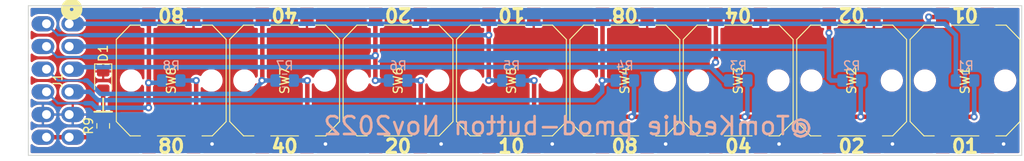
<source format=kicad_pcb>
(kicad_pcb (version 20211014) (generator pcbnew)
  (layers (0 "F.Cu" signal) (31 "B.Cu" signal) (34 "B.Paste" user) (35 "F.Paste" user) (36 "B.SilkS" user "B.Silkscreen") (37 "F.SilkS" user "F.Silkscreen") (38 "B.Mask" user) (39 "F.Mask" user) (44 "Edge.Cuts" user))
  (net 0 "")
  (net 1 "GND")
  (net 2 "Net-(D1-Pad2)")
  (net 3 "+3V3")
  (net 4 "/D4")
  (net 5 "/D0")
  (net 6 "/D5")
  (net 7 "/D1")
  (net 8 "/D6")
  (net 9 "/D2")
  (net 10 "/D7")
  (net 11 "/D3")
  (footprint "tom-opto:LED_0805_2012Metric_Pad1.15x1.40mm_HandSolder" (layer "F.Cu") (at 99.06 127 -90)
    (fp_text reference "D1" (at -3.048 0 90) (layer "F.SilkS"))
    (fp_text value "LED")
    (fp_line (start 3.5 -1) (end 3.5 1) (layer "F.SilkS") (width 0.2))
    (fp_line (start -1.86 0.96) (end 1 0.96) (layer "F.SilkS") (width 0.12))
    (fp_line (start 1 -0.96) (end -1.86 -0.96) (layer "F.SilkS") (width 0.12))
    (fp_line (start 2 0) (end 3.5 0) (layer "F.SilkS") (width 0.2))
    (fp_line (start -1.86 -0.96) (end -1.86 0.96) (layer "F.SilkS") (width 0.12))
    (pad "1" smd roundrect locked (at -1.025 0 270) (size 1.15 1.4) (layers "F.Cu" "F.Paste" "F.Mask") (roundrect_rratio 0.2173913043) (net 1 "GND"))
    (pad "2" smd roundrect locked (at 1.025 0 270) (size 1.15 1.4) (layers "F.Cu" "F.Paste" "F.Mask") (roundrect_rratio 0.2173913043) (net 2 "Net-(D1-Pad2)"))
  )
  (footprint "tom-mechanical:SW_Push_1P1T_NO_CK_PTS125Sx43PSMTR" (layer "F.Cu") (at 132.08 127 -90)
    (fp_text reference "SW6" (at 0 0 90) (layer "F.SilkS"))
    (fp_text value "Switch_SW_Push")
    (fp_line (start -4.6 6.15) (end 4.6 6.15) (layer "F.SilkS") (width 0.12))
    (fp_line (start 6.2 -1.55) (end 6.2 1.55) (layer "F.SilkS") (width 0.12))
    (fp_line (start -6.2 4.6) (end -4.6 6.15) (layer "F.SilkS") (width 0.12))
    (fp_line (start -6.2 -1.55) (end -6.2 1.55) (layer "F.SilkS") (width 0.12))
    (fp_line (start 4.6 -6.15) (end 6.2 -4.6) (layer "F.SilkS") (width 0.12))
    (fp_line (start -6.2 -3.45) (end -6.2 -4.6) (layer "F.SilkS") (width 0.12))
    (fp_line (start -6.2 -4.6) (end -4.6 -6.15) (layer "F.SilkS") (width 0.12))
    (fp_line (start -4.6 -6.15) (end 4.6 -6.15) (layer "F.SilkS") (width 0.12))
    (fp_line (start 6.2 -3.45) (end 6.2 -4.6) (layer "F.SilkS") (width 0.12))
    (fp_line (start 4.6 6.15) (end 6.2 4.6) (layer "F.SilkS") (width 0.12))
    (fp_line (start 6.2 3.45) (end 6.2 4.6) (layer "F.SilkS") (width 0.12))
    (fp_line (start -6.2 3.45) (end -6.2 4.6) (layer "F.SilkS") (width 0.12))
    (pad "" np_thru_hole circle (at 0 4.5 270) (size 2 2) (drill 2) (layers *.Cu *.Mask))
    (pad "" np_thru_hole circle (at 0 -4.5 270) (size 2 2) (drill 2) (layers *.Cu *.Mask))
    (pad "1" smd rect (at -7.15 -2.5 270) (size 2 1.5) (layers "F.Cu" "F.Paste" "F.Mask") (net 1 "GND"))
    (pad "1" smd rect (at 7.15 -2.5 270) (size 2 1.5) (layers "F.Cu" "F.Paste" "F.Mask") (net 1 "GND"))
    (pad "2" smd rect (at -7.15 2.5 270) (size 2 1.5) (layers "F.Cu" "F.Paste" "F.Mask") (net 6 "/D5"))
    (pad "2" smd rect (at 7.15 2.5 270) (size 2 1.5) (layers "F.Cu" "F.Paste" "F.Mask") (net 6 "/D5"))
  )
  (footprint "tom-mechanical:SW_Push_1P1T_NO_CK_PTS125Sx43PSMTR" (layer "F.Cu") (at 144.78 127 -90)
    (fp_text reference "SW5" (at 0 0 90) (layer "F.SilkS"))
    (fp_text value "Switch_SW_Push")
    (fp_line (start -6.2 3.45) (end -6.2 4.6) (layer "F.SilkS") (width 0.12))
    (fp_line (start -6.2 4.6) (end -4.6 6.15) (layer "F.SilkS") (width 0.12))
    (fp_line (start 6.2 -3.45) (end 6.2 -4.6) (layer "F.SilkS") (width 0.12))
    (fp_line (start 6.2 -1.55) (end 6.2 1.55) (layer "F.SilkS") (width 0.12))
    (fp_line (start -6.2 -1.55) (end -6.2 1.55) (layer "F.SilkS") (width 0.12))
    (fp_line (start 4.6 -6.15) (end 6.2 -4.6) (layer "F.SilkS") (width 0.12))
    (fp_line (start -4.6 6.15) (end 4.6 6.15) (layer "F.SilkS") (width 0.12))
    (fp_line (start -4.6 -6.15) (end 4.6 -6.15) (layer "F.SilkS") (width 0.12))
    (fp_line (start -6.2 -4.6) (end -4.6 -6.15) (layer "F.SilkS") (width 0.12))
    (fp_line (start 4.6 6.15) (end 6.2 4.6) (layer "F.SilkS") (width 0.12))
    (fp_line (start -6.2 -3.45) (end -6.2 -4.6) (layer "F.SilkS") (width 0.12))
    (fp_line (start 6.2 3.45) (end 6.2 4.6) (layer "F.SilkS") (width 0.12))
    (pad "" np_thru_hole circle (at 0 -4.5 270) (size 2 2) (drill 2) (layers *.Cu *.Mask))
    (pad "" np_thru_hole circle (at 0 4.5 270) (size 2 2) (drill 2) (layers *.Cu *.Mask))
    (pad "1" smd rect (at -7.15 -2.5 270) (size 2 1.5) (layers "F.Cu" "F.Paste" "F.Mask") (net 1 "GND"))
    (pad "1" smd rect (at 7.15 -2.5 270) (size 2 1.5) (layers "F.Cu" "F.Paste" "F.Mask") (net 1 "GND"))
    (pad "2" smd rect (at -7.15 2.5 270) (size 2 1.5) (layers "F.Cu" "F.Paste" "F.Mask") (net 4 "/D4"))
    (pad "2" smd rect (at 7.15 2.5 270) (size 2 1.5) (layers "F.Cu" "F.Paste" "F.Mask") (net 4 "/D4"))
  )
  (footprint "tom-mechanical:SW_Push_1P1T_NO_CK_PTS125Sx43PSMTR" (layer "F.Cu") (at 195.58 127 -90)
    (fp_text reference "SW1" (at 0 0 90) (layer "F.SilkS"))
    (fp_text value "Switch_SW_Push")
    (fp_line (start 4.6 6.15) (end 6.2 4.6) (layer "F.SilkS") (width 0.12))
    (fp_line (start 6.2 -1.55) (end 6.2 1.55) (layer "F.SilkS") (width 0.12))
    (fp_line (start -6.2 -1.55) (end -6.2 1.55) (layer "F.SilkS") (width 0.12))
    (fp_line (start 4.6 -6.15) (end 6.2 -4.6) (layer "F.SilkS") (width 0.12))
    (fp_line (start -6.2 -4.6) (end -4.6 -6.15) (layer "F.SilkS") (width 0.12))
    (fp_line (start 6.2 -3.45) (end 6.2 -4.6) (layer "F.SilkS") (width 0.12))
    (fp_line (start 6.2 3.45) (end 6.2 4.6) (layer "F.SilkS") (width 0.12))
    (fp_line (start -4.6 6.15) (end 4.6 6.15) (layer "F.SilkS") (width 0.12))
    (fp_line (start -6.2 -3.45) (end -6.2 -4.6) (layer "F.SilkS") (width 0.12))
    (fp_line (start -6.2 3.45) (end -6.2 4.6) (layer "F.SilkS") (width 0.12))
    (fp_line (start -6.2 4.6) (end -4.6 6.15) (layer "F.SilkS") (width 0.12))
    (fp_line (start -4.6 -6.15) (end 4.6 -6.15) (layer "F.SilkS") (width 0.12))
    (pad "" np_thru_hole circle (at 0 4.5 270) (size 2 2) (drill 2) (layers *.Cu *.Mask))
    (pad "" np_thru_hole circle (at 0 -4.5 270) (size 2 2) (drill 2) (layers *.Cu *.Mask))
    (pad "1" smd rect (at 7.15 -2.5 270) (size 2 1.5) (layers "F.Cu" "F.Paste" "F.Mask") (net 1 "GND"))
    (pad "1" smd rect (at -7.15 -2.5 270) (size 2 1.5) (layers "F.Cu" "F.Paste" "F.Mask") (net 1 "GND"))
    (pad "2" smd rect (at -7.15 2.5 270) (size 2 1.5) (layers "F.Cu" "F.Paste" "F.Mask") (net 5 "/D0"))
    (pad "2" smd rect (at 7.15 2.5 270) (size 2 1.5) (layers "F.Cu" "F.Paste" "F.Mask") (net 5 "/D0"))
  )
  (footprint "tom-mechanical:SW_Push_1P1T_NO_CK_PTS125Sx43PSMTR" (layer "F.Cu") (at 157.48 127 -90)
    (fp_text reference "SW4" (at 0 0 90) (layer "F.SilkS"))
    (fp_text value "Switch_SW_Push")
    (fp_line (start -4.6 6.15) (end 4.6 6.15) (layer "F.SilkS") (width 0.12))
    (fp_line (start 4.6 -6.15) (end 6.2 -4.6) (layer "F.SilkS") (width 0.12))
    (fp_line (start 6.2 3.45) (end 6.2 4.6) (layer "F.SilkS") (width 0.12))
    (fp_line (start -4.6 -6.15) (end 4.6 -6.15) (layer "F.SilkS") (width 0.12))
    (fp_line (start 6.2 -1.55) (end 6.2 1.55) (layer "F.SilkS") (width 0.12))
    (fp_line (start -6.2 -3.45) (end -6.2 -4.6) (layer "F.SilkS") (width 0.12))
    (fp_line (start -6.2 -1.55) (end -6.2 1.55) (layer "F.SilkS") (width 0.12))
    (fp_line (start -6.2 3.45) (end -6.2 4.6) (layer "F.SilkS") (width 0.12))
    (fp_line (start -6.2 4.6) (end -4.6 6.15) (layer "F.SilkS") (width 0.12))
    (fp_line (start 4.6 6.15) (end 6.2 4.6) (layer "F.SilkS") (width 0.12))
    (fp_line (start 6.2 -3.45) (end 6.2 -4.6) (layer "F.SilkS") (width 0.12))
    (fp_line (start -6.2 -4.6) (end -4.6 -6.15) (layer "F.SilkS") (width 0.12))
    (pad "" np_thru_hole circle (at 0 4.5 270) (size 2 2) (drill 2) (layers *.Cu *.Mask))
    (pad "" np_thru_hole circle (at 0 -4.5 270) (size 2 2) (drill 2) (layers *.Cu *.Mask))
    (pad "1" smd rect (at -7.15 -2.5 270) (size 2 1.5) (layers "F.Cu" "F.Paste" "F.Mask") (net 1 "GND"))
    (pad "1" smd rect (at 7.15 -2.5 270) (size 2 1.5) (layers "F.Cu" "F.Paste" "F.Mask") (net 1 "GND"))
    (pad "2" smd rect (at -7.15 2.5 270) (size 2 1.5) (layers "F.Cu" "F.Paste" "F.Mask") (net 11 "/D3"))
    (pad "2" smd rect (at 7.15 2.5 270) (size 2 1.5) (layers "F.Cu" "F.Paste" "F.Mask") (net 11 "/D3"))
  )
  (footprint "tom-mechanical:SW_Push_1P1T_NO_CK_PTS125Sx43PSMTR" (layer "F.Cu") (at 119.38 127 -90)
    (fp_text reference "SW7" (at 0 0 90) (layer "F.SilkS"))
    (fp_text value "Switch_SW_Push")
    (fp_line (start -6.2 -4.6) (end -4.6 -6.15) (layer "F.SilkS") (width 0.12))
    (fp_line (start 6.2 3.45) (end 6.2 4.6) (layer "F.SilkS") (width 0.12))
    (fp_line (start -6.2 -1.55) (end -6.2 1.55) (layer "F.SilkS") (width 0.12))
    (fp_line (start -6.2 -3.45) (end -6.2 -4.6) (layer "F.SilkS") (width 0.12))
    (fp_line (start -4.6 -6.15) (end 4.6 -6.15) (layer "F.SilkS") (width 0.12))
    (fp_line (start 6.2 -1.55) (end 6.2 1.55) (layer "F.SilkS") (width 0.12))
    (fp_line (start -6.2 3.45) (end -6.2 4.6) (layer "F.SilkS") (width 0.12))
    (fp_line (start -6.2 4.6) (end -4.6 6.15) (layer "F.SilkS") (width 0.12))
    (fp_line (start 6.2 -3.45) (end 6.2 -4.6) (layer "F.SilkS") (width 0.12))
    (fp_line (start -4.6 6.15) (end 4.6 6.15) (layer "F.SilkS") (width 0.12))
    (fp_line (start 4.6 6.15) (end 6.2 4.6) (layer "F.SilkS") (width 0.12))
    (fp_line (start 4.6 -6.15) (end 6.2 -4.6) (layer "F.SilkS") (width 0.12))
    (pad "" np_thru_hole circle (at 0 4.5 270) (size 2 2) (drill 2) (layers *.Cu *.Mask))
    (pad "" np_thru_hole circle (at 0 -4.5 270) (size 2 2) (drill 2) (layers *.Cu *.Mask))
    (pad "1" smd rect (at -7.15 -2.5 270) (size 2 1.5) (layers "F.Cu" "F.Paste" "F.Mask") (net 1 "GND"))
    (pad "1" smd rect (at 7.15 -2.5 270) (size 2 1.5) (layers "F.Cu" "F.Paste" "F.Mask") (net 1 "GND"))
    (pad "2" smd rect (at -7.15 2.5 270) (size 2 1.5) (layers "F.Cu" "F.Paste" "F.Mask") (net 8 "/D6"))
    (pad "2" smd rect (at 7.15 2.5 270) (size 2 1.5) (layers "F.Cu" "F.Paste" "F.Mask") (net 8 "/D6"))
  )
  (footprint "tom-mechanical:SW_Push_1P1T_NO_CK_PTS125Sx43PSMTR" (layer "F.Cu") (at 182.88 127 -90)
    (fp_text reference "SW2" (at 0 0 90) (layer "F.SilkS"))
    (fp_text value "Switch_SW_Push")
    (fp_line (start -6.2 -1.55) (end -6.2 1.55) (layer "F.SilkS") (width 0.12))
    (fp_line (start -6.2 4.6) (end -4.6 6.15) (layer "F.SilkS") (width 0.12))
    (fp_line (start -6.2 -4.6) (end -4.6 -6.15) (layer "F.SilkS") (width 0.12))
    (fp_line (start -6.2 -3.45) (end -6.2 -4.6) (layer "F.SilkS") (width 0.12))
    (fp_line (start 6.2 -1.55) (end 6.2 1.55) (layer "F.SilkS") (width 0.12))
    (fp_line (start 4.6 6.15) (end 6.2 4.6) (layer "F.SilkS") (width 0.12))
    (fp_line (start -6.2 3.45) (end -6.2 4.6) (layer "F.SilkS") (width 0.12))
    (fp_line (start -4.6 -6.15) (end 4.6 -6.15) (layer "F.SilkS") (width 0.12))
    (fp_line (start -4.6 6.15) (end 4.6 6.15) (layer "F.SilkS") (width 0.12))
    (fp_line (start 6.2 -3.45) (end 6.2 -4.6) (layer "F.SilkS") (width 0.12))
    (fp_line (start 6.2 3.45) (end 6.2 4.6) (layer "F.SilkS") (width 0.12))
    (fp_line (start 4.6 -6.15) (end 6.2 -4.6) (layer "F.SilkS") (width 0.12))
    (pad "" np_thru_hole circle (at 0 -4.5 270) (size 2 2) (drill 2) (layers *.Cu *.Mask))
    (pad "" np_thru_hole circle (at 0 4.5 270) (size 2 2) (drill 2) (layers *.Cu *.Mask))
    (pad "1" smd rect (at 7.15 -2.5 270) (size 2 1.5) (layers "F.Cu" "F.Paste" "F.Mask") (net 1 "GND"))
    (pad "1" smd rect (at -7.15 -2.5 270) (size 2 1.5) (layers "F.Cu" "F.Paste" "F.Mask") (net 1 "GND"))
    (pad "2" smd rect (at -7.15 2.5 270) (size 2 1.5) (layers "F.Cu" "F.Paste" "F.Mask") (net 7 "/D1"))
    (pad "2" smd rect (at 7.15 2.5 270) (size 2 1.5) (layers "F.Cu" "F.Paste" "F.Mask") (net 7 "/D1"))
  )
  (footprint "tom-mechanical:SW_Push_1P1T_NO_CK_PTS125Sx43PSMTR" (layer "F.Cu") (at 170.18 127 -90)
    (fp_text reference "SW3" (at 0 0 90) (layer "F.SilkS"))
    (fp_text value "Switch_SW_Push")
    (fp_line (start -6.2 3.45) (end -6.2 4.6) (layer "F.SilkS") (width 0.12))
    (fp_line (start -6.2 4.6) (end -4.6 6.15) (layer "F.SilkS") (width 0.12))
    (fp_line (start -4.6 6.15) (end 4.6 6.15) (layer "F.SilkS") (width 0.12))
    (fp_line (start 4.6 -6.15) (end 6.2 -4.6) (layer "F.SilkS") (width 0.12))
    (fp_line (start 4.6 6.15) (end 6.2 4.6) (layer "F.SilkS") (width 0.12))
    (fp_line (start -6.2 -3.45) (end -6.2 -4.6) (layer "F.SilkS") (width 0.12))
    (fp_line (start 6.2 3.45) (end 6.2 4.6) (layer "F.SilkS") (width 0.12))
    (fp_line (start -6.2 -1.55) (end -6.2 1.55) (layer "F.SilkS") (width 0.12))
    (fp_line (start -6.2 -4.6) (end -4.6 -6.15) (layer "F.SilkS") (width 0.12))
    (fp_line (start -4.6 -6.15) (end 4.6 -6.15) (layer "F.SilkS") (width 0.12))
    (fp_line (start 6.2 -3.45) (end 6.2 -4.6) (layer "F.SilkS") (width 0.12))
    (fp_line (start 6.2 -1.55) (end 6.2 1.55) (layer "F.SilkS") (width 0.12))
    (pad "" np_thru_hole circle (at 0 4.5 270) (size 2 2) (drill 2) (layers *.Cu *.Mask))
    (pad "" np_thru_hole circle (at 0 -4.5 270) (size 2 2) (drill 2) (layers *.Cu *.Mask))
    (pad "1" smd rect (at 7.15 -2.5 270) (size 2 1.5) (layers "F.Cu" "F.Paste" "F.Mask") (net 1 "GND"))
    (pad "1" smd rect (at -7.15 -2.5 270) (size 2 1.5) (layers "F.Cu" "F.Paste" "F.Mask") (net 1 "GND"))
    (pad "2" smd rect (at -7.15 2.5 270) (size 2 1.5) (layers "F.Cu" "F.Paste" "F.Mask") (net 9 "/D2"))
    (pad "2" smd rect (at 7.15 2.5 270) (size 2 1.5) (layers "F.Cu" "F.Paste" "F.Mask") (net 9 "/D2"))
  )
  (footprint "tom-mechanical:SW_Push_1P1T_NO_CK_PTS125Sx43PSMTR" (layer "F.Cu") (at 106.68 127 -90)
    (fp_text reference "SW8" (at 0 0 90) (layer "F.SilkS"))
    (fp_text value "Switch_SW_Push")
    (fp_line (start -6.2 -3.45) (end -6.2 -4.6) (layer "F.SilkS") (width 0.12))
    (fp_line (start -4.6 -6.15) (end 4.6 -6.15) (layer "F.SilkS") (width 0.12))
    (fp_line (start -6.2 -4.6) (end -4.6 -6.15) (layer "F.SilkS") (width 0.12))
    (fp_line (start 4.6 -6.15) (end 6.2 -4.6) (layer "F.SilkS") (width 0.12))
    (fp_line (start -6.2 4.6) (end -4.6 6.15) (layer "F.SilkS") (width 0.12))
    (fp_line (start 6.2 -3.45) (end 6.2 -4.6) (layer "F.SilkS") (width 0.12))
    (fp_line (start -4.6 6.15) (end 4.6 6.15) (layer "F.SilkS") (width 0.12))
    (fp_line (start -6.2 3.45) (end -6.2 4.6) (layer "F.SilkS") (width 0.12))
    (fp_line (start -6.2 -1.55) (end -6.2 1.55) (layer "F.SilkS") (width 0.12))
    (fp_line (start 6.2 3.45) (end 6.2 4.6) (layer "F.SilkS") (width 0.12))
    (fp_line (start 4.6 6.15) (end 6.2 4.6) (layer "F.SilkS") (width 0.12))
    (fp_line (start 6.2 -1.55) (end 6.2 1.55) (layer "F.SilkS") (width 0.12))
    (pad "" np_thru_hole circle (at 0 4.5 270) (size 2 2) (drill 2) (layers *.Cu *.Mask))
    (pad "" np_thru_hole circle (at 0 -4.5 270) (size 2 2) (drill 2) (layers *.Cu *.Mask))
    (pad "1" smd rect (at 7.15 -2.5 270) (size 2 1.5) (layers "F.Cu" "F.Paste" "F.Mask") (net 1 "GND"))
    (pad "1" smd rect (at -7.15 -2.5 270) (size 2 1.5) (layers "F.Cu" "F.Paste" "F.Mask") (net 1 "GND"))
    (pad "2" smd rect (at 7.15 2.5 270) (size 2 1.5) (layers "F.Cu" "F.Paste" "F.Mask") (net 10 "/D7"))
    (pad "2" smd rect (at -7.15 2.5 270) (size 2 1.5) (layers "F.Cu" "F.Paste" "F.Mask") (net 10 "/D7"))
  )
  (footprint "tom-passives:C_0805_2012Metric_Pad1.15x1.40mm_HandSolder" (layer "F.Cu") (at 99.06 132.08 90)
    (fp_text reference "R9" (at 0 -1.65 90) (layer "F.SilkS"))
    (fp_text value "1k")
    (fp_line (start -0.261252 -0.71) (end 0.261252 -0.71) (layer "F.SilkS") (width 0.12))
    (fp_line (start -0.261252 0.71) (end 0.261252 0.71) (layer "F.SilkS") (width 0.12))
    (pad "1" smd roundrect locked (at -1.025 0 90) (size 1.15 1.4) (layers "F.Cu" "F.Paste" "F.Mask") (roundrect_rratio 0.2173913043) (net 3 "+3V3"))
    (pad "2" smd roundrect locked (at 1.025 0 90) (size 1.15 1.4) (layers "F.Cu" "F.Paste" "F.Mask") (roundrect_rratio 0.2173913043) (net 2 "Net-(D1-Pad2)"))
  )
  (footprint "tom-connectors:PMOD_2X6_PTH_RA_PLUG" (layer "F.Cu") (at 93.98 127 -90)
    (fp_text reference "J1" (at 0 0 90) (layer "F.SilkS"))
    (fp_text value "PMOD-2x6-MALE" hide)
    (fp_circle (center -7.97 -1.55) (end -7.77 -1.55) (layer "F.SilkS") (width 1) (fill none))
    (pad "1" thru_hole oval locked (at -6.35 -1.27 180) (size 2.54 1.7) (drill 1 (offset -0.4 0)) (layers *.Cu *.Mask) (net 5 "/D0"))
    (pad "2" thru_hole oval locked (at -3.81 -1.27 180) (size 2.54 1.7) (drill 1 (offset -0.4 0)) (layers *.Cu *.Mask) (net 7 "/D1"))
    (pad "3" thru_hole oval locked (at -1.27 -1.27 180) (size 2.54 1.7) (drill 1 (offset -0.4 0)) (layers *.Cu *.Mask) (net 9 "/D2"))
    (pad "4" thru_hole oval locked (at 1.27 -1.27 180) (size 2.54 1.7) (drill 1 (offset -0.4 0)) (layers *.Cu *.Mask) (net 11 "/D3"))
    (pad "5" thru_hole oval locked (at 3.81 -1.27 180) (size 2.54 1.7) (drill 1 (offset -0.4 0)) (layers *.Cu *.Mask) (net 1 "GND"))
    (pad "6" thru_hole oval locked (at 6.35 -1.27 180) (size 2.54 1.7) (drill 1 (offset -0.4 0)) (layers *.Cu *.Mask) (net 3 "+3V3"))
    (pad "7" thru_hole oval locked (at -6.35 1.27 180) (size 2.54 1.7) (drill 1 (offset 0.4 0)) (layers *.Cu *.Mask) (net 4 "/D4"))
    (pad "8" thru_hole oval locked (at -3.81 1.27 180) (size 2.54 1.7) (drill 1 (offset 0.4 0)) (layers *.Cu *.Mask) (net 6 "/D5"))
    (pad "9" thru_hole oval locked (at -1.27 1.27 180) (size 2.54 1.7) (drill 1 (offset 0.4 0)) (layers *.Cu *.Mask) (net 8 "/D6"))
    (pad "10" thru_hole oval locked (at 1.27 1.27 180) (size 2.54 1.7) (drill 1 (offset 0.4 0)) (layers *.Cu *.Mask) (net 10 "/D7"))
    (pad "11" thru_hole oval locked (at 3.81 1.27 180) (size 2.54 1.7) (drill 1 (offset 0.4 0)) (layers *.Cu *.Mask) (net 1 "GND"))
    (pad "12" thru_hole oval locked (at 6.35 1.27 180) (size 2.54 1.7) (drill 1 (offset 0.4 0)) (layers *.Cu *.Mask) (net 3 "+3V3"))
  )
  (footprint "tom-passives:C_0805_2012Metric_Pad1.15x1.40mm_HandSolder" (layer "B.Cu") (at 132.08 127 180)
    (fp_text reference "R6" (at 0 1.65) (layer "B.SilkS") (effects (justify mirror)))
    (fp_text value "10k")
    (fp_line (start -0.261252 -0.71) (end 0.261252 -0.71) (layer "B.SilkS") (width 0.12))
    (fp_line (start -0.261252 0.71) (end 0.261252 0.71) (layer "B.SilkS") (width 0.12))
    (pad "1" smd roundrect locked (at -1.025 0 180) (size 1.15 1.4) (layers "B.Cu" "B.Paste" "B.Mask") (roundrect_rratio 0.2173913043) (net 3 "+3V3"))
    (pad "2" smd roundrect locked (at 1.025 0 180) (size 1.15 1.4) (layers "B.Cu" "B.Paste" "B.Mask") (roundrect_rratio 0.2173913043) (net 6 "/D5"))
  )
  (footprint "tom-passives:C_0805_2012Metric_Pad1.15x1.40mm_HandSolder" (layer "B.Cu") (at 106.68 127 180)
    (fp_text reference "R8" (at 0 1.65) (layer "B.SilkS") (effects (justify mirror)))
    (fp_text value "10k")
    (fp_line (start -0.261252 0.71) (end 0.261252 0.71) (layer "B.SilkS") (width 0.12))
    (fp_line (start -0.261252 -0.71) (end 0.261252 -0.71) (layer "B.SilkS") (width 0.12))
    (pad "1" smd roundrect locked (at -1.025 0 180) (size 1.15 1.4) (layers "B.Cu" "B.Paste" "B.Mask") (roundrect_rratio 0.2173913043) (net 3 "+3V3"))
    (pad "2" smd roundrect locked (at 1.025 0 180) (size 1.15 1.4) (layers "B.Cu" "B.Paste" "B.Mask") (roundrect_rratio 0.2173913043) (net 10 "/D7"))
  )
  (footprint "tom-passives:C_0805_2012Metric_Pad1.15x1.40mm_HandSolder" (layer "B.Cu") (at 119.38 127 180)
    (fp_text reference "R7" (at 0 1.65) (layer "B.SilkS") (effects (justify mirror)))
    (fp_text value "10k")
    (fp_line (start -0.261252 0.71) (end 0.261252 0.71) (layer "B.SilkS") (width 0.12))
    (fp_line (start -0.261252 -0.71) (end 0.261252 -0.71) (layer "B.SilkS") (width 0.12))
    (pad "1" smd roundrect locked (at -1.025 0 180) (size 1.15 1.4) (layers "B.Cu" "B.Paste" "B.Mask") (roundrect_rratio 0.2173913043) (net 3 "+3V3"))
    (pad "2" smd roundrect locked (at 1.025 0 180) (size 1.15 1.4) (layers "B.Cu" "B.Paste" "B.Mask") (roundrect_rratio 0.2173913043) (net 8 "/D6"))
  )
  (footprint "tom-passives:C_0805_2012Metric_Pad1.15x1.40mm_HandSolder" (layer "B.Cu") (at 182.88 127 180)
    (fp_text reference "R2" (at 0 1.65) (layer "B.SilkS") (effects (justify mirror)))
    (fp_text value "10k")
    (fp_line (start -0.261252 0.71) (end 0.261252 0.71) (layer "B.SilkS") (width 0.12))
    (fp_line (start -0.261252 -0.71) (end 0.261252 -0.71) (layer "B.SilkS") (width 0.12))
    (pad "1" smd roundrect locked (at -1.025 0 180) (size 1.15 1.4) (layers "B.Cu" "B.Paste" "B.Mask") (roundrect_rratio 0.2173913043) (net 3 "+3V3"))
    (pad "2" smd roundrect locked (at 1.025 0 180) (size 1.15 1.4) (layers "B.Cu" "B.Paste" "B.Mask") (roundrect_rratio 0.2173913043) (net 7 "/D1"))
  )
  (footprint "tom-passives:C_0805_2012Metric_Pad1.15x1.40mm_HandSolder" (layer "B.Cu") (at 144.78 127 180)
    (fp_text reference "R5" (at 0 1.65) (layer "B.SilkS") (effects (justify mirror)))
    (fp_text value "10k")
    (fp_line (start -0.261252 -0.71) (end 0.261252 -0.71) (layer "B.SilkS") (width 0.12))
    (fp_line (start -0.261252 0.71) (end 0.261252 0.71) (layer "B.SilkS") (width 0.12))
    (pad "1" smd roundrect locked (at -1.025 0 180) (size 1.15 1.4) (layers "B.Cu" "B.Paste" "B.Mask") (roundrect_rratio 0.2173913043) (net 3 "+3V3"))
    (pad "2" smd roundrect locked (at 1.025 0 180) (size 1.15 1.4) (layers "B.Cu" "B.Paste" "B.Mask") (roundrect_rratio 0.2173913043) (net 4 "/D4"))
  )
  (footprint "tom-passives:C_0805_2012Metric_Pad1.15x1.40mm_HandSolder" (layer "B.Cu") (at 195.58 127 180)
    (fp_text reference "R1" (at 0 1.65) (layer "B.SilkS") (effects (justify mirror)))
    (fp_text value "10k")
    (fp_line (start -0.261252 -0.71) (end 0.261252 -0.71) (layer "B.SilkS") (width 0.12))
    (fp_line (start -0.261252 0.71) (end 0.261252 0.71) (layer "B.SilkS") (width 0.12))
    (pad "1" smd roundrect locked (at -1.025 0 180) (size 1.15 1.4) (layers "B.Cu" "B.Paste" "B.Mask") (roundrect_rratio 0.2173913043) (net 3 "+3V3"))
    (pad "2" smd roundrect locked (at 1.025 0 180) (size 1.15 1.4) (layers "B.Cu" "B.Paste" "B.Mask") (roundrect_rratio 0.2173913043) (net 5 "/D0"))
  )
  (footprint "tom-passives:C_0805_2012Metric_Pad1.15x1.40mm_HandSolder" (layer "B.Cu") (at 170.18 127 180)
    (fp_text reference "R3" (at 0 1.65) (layer "B.SilkS") (effects (justify mirror)))
    (fp_text value "10k")
    (fp_line (start -0.261252 -0.71) (end 0.261252 -0.71) (layer "B.SilkS") (width 0.12))
    (fp_line (start -0.261252 0.71) (end 0.261252 0.71) (layer "B.SilkS") (width 0.12))
    (pad "1" smd roundrect locked (at -1.025 0 180) (size 1.15 1.4) (layers "B.Cu" "B.Paste" "B.Mask") (roundrect_rratio 0.2173913043) (net 3 "+3V3"))
    (pad "2" smd roundrect locked (at 1.025 0 180) (size 1.15 1.4) (layers "B.Cu" "B.Paste" "B.Mask") (roundrect_rratio 0.2173913043) (net 9 "/D2"))
  )
  (footprint "tom-passives:C_0805_2012Metric_Pad1.15x1.40mm_HandSolder" (layer "B.Cu") (at 157.48 127 180)
    (fp_text reference "R4" (at 0 1.65) (layer "B.SilkS") (effects (justify mirror)))
    (fp_text value "10k")
    (fp_line (start -0.261252 0.71) (end 0.261252 0.71) (layer "B.SilkS") (width 0.12))
    (fp_line (start -0.261252 -0.71) (end 0.261252 -0.71) (layer "B.SilkS") (width 0.12))
    (pad "1" smd roundrect locked (at -1.025 0 180) (size 1.15 1.4) (layers "B.Cu" "B.Paste" "B.Mask") (roundrect_rratio 0.2173913043) (net 3 "+3V3"))
    (pad "2" smd roundrect locked (at 1.025 0 180) (size 1.15 1.4) (layers "B.Cu" "B.Paste" "B.Mask") (roundrect_rratio 0.2173913043) (net 11 "/D3"))
  )
  (gr_line (start 90.678 118.618) (end 201.93 118.618) (layer "Edge.Cuts") (width 0.1))
  (gr_line (start 90.678 135.382) (end 90.678 118.618) (layer "Edge.Cuts") (width 0.1))
  (gr_line (start 201.93 135.382) (end 90.678 135.382) (layer "Edge.Cuts") (width 0.1))
  (gr_line (start 201.93 118.618) (end 201.93 135.382) (layer "Edge.Cuts") (width 0.1))
  (gr_text "@TomKeddie pmod-button Nov2022" (at 151.13 132.08) (layer "B.SilkS") (effects (font (size 2 2) (thickness 0.3)) (justify mirror)))
  (gr_text "80" (at 106.68 119.634 180) (layer "F.SilkS") (effects (font (size 1.5 1.5) (thickness 0.35))))
  (gr_text "20" (at 132.08 134.366) (layer "F.SilkS") (effects (font (size 1.5 1.5) (thickness 0.35))))
  (gr_text "02" (at 182.88 119.634 180) (layer "F.SilkS") (effects (font (size 1.5 1.5) (thickness 0.35))))
  (gr_text "04" (at 170.18 119.634 180) (layer "F.SilkS") (effects (font (size 1.5 1.5) (thickness 0.35))))
  (gr_text "10" (at 144.78 119.634 180) (layer "F.SilkS") (effects (font (size 1.5 1.5) (thickness 0.35))))
  (gr_text "02" (at 182.88 134.366) (layer "F.SilkS") (effects (font (size 1.5 1.5) (thickness 0.35))))
  (gr_text "04" (at 170.18 134.366) (layer "F.SilkS") (effects (font (size 1.5 1.5) (thickness 0.35))))
  (gr_text "10" (at 144.78 134.366) (layer "F.SilkS") (effects (font (size 1.5 1.5) (thickness 0.35))))
  (gr_text "40" (at 119.38 119.634 180) (layer "F.SilkS") (effects (font (size 1.5 1.5) (thickness 0.35))))
  (gr_text "40" (at 119.38 134.366) (layer "F.SilkS") (effects (font (size 1.5 1.5) (thickness 0.35))))
  (gr_text "80" (at 106.68 134.366) (layer "F.SilkS") (effects (font (size 1.5 1.5) (thickness 0.35))))
  (gr_text "08" (at 157.48 134.366) (layer "F.SilkS") (effects (font (size 1.5 1.5) (thickness 0.35))))
  (gr_text "08" (at 157.48 119.634 180) (layer "F.SilkS") (effects (font (size 1.5 1.5) (thickness 0.35))))
  (gr_text "20" (at 132.08 119.634 180) (layer "F.SilkS") (effects (font (size 1.5 1.5) (thickness 0.35))))
  (gr_text "01" (at 195.58 119.634 180) (layer "F.SilkS") (effects (font (size 1.5 1.5) (thickness 0.35))))
  (gr_text "01" (at 195.58 134.366) (layer "F.SilkS") (effects (font (size 1.5 1.5) (thickness 0.35))))
  (via (at 149.352 134.112) (size 0.8) (drill 0.4) (layers "F.Cu" "B.Cu") (net 1))
  (via (at 136.906 134.112) (size 0.8) (drill 0.4) (layers "F.Cu" "B.Cu") (net 1))
  (via (at 123.952 134.112) (size 0.8) (drill 0.4) (layers "F.Cu" "B.Cu") (net 1))
  (via (at 174.752 134.112) (size 0.8) (drill 0.4) (layers "F.Cu" "B.Cu") (net 1))
  (via (at 199.898 134.112) (size 0.8) (drill 0.4) (layers "F.Cu" "B.Cu") (net 1))
  (via (at 187.452 134.112) (size 0.8) (drill 0.4) (layers "F.Cu" "B.Cu") (net 1))
  (via (at 111.252 134.112) (size 0.8) (drill 0.4) (layers "F.Cu" "B.Cu") (net 1))
  (via (at 162.052 134.112) (size 0.8) (drill 0.4) (layers "F.Cu" "B.Cu") (net 1))
  (segment (start 99.06 131.055) (end 99.06 128.025) (width 0.5) (layer "F.Cu") (net 2))
  (segment (start 121.92 131.064) (end 134.366 131.064) (width 0.5) (layer "F.Cu") (net 3))
  (segment (start 101.101 131.064) (end 109.474 131.064) (width 0.5) (layer "F.Cu") (net 3))
  (segment (start 92.71 133.35) (end 95.25 133.35) (width 0.5) (layer "F.Cu") (net 3))
  (segment (start 95.25 133.35) (end 98.815 133.35) (width 0.5) (layer "F.Cu") (net 3))
  (segment (start 147.32 131.064) (end 158.242 131.064) (width 0.5) (layer "F.Cu") (net 3))
  (segment (start 158.242 131.064) (end 170.942 131.064) (width 0.5) (layer "F.Cu") (net 3))
  (segment (start 99.06 133.105) (end 101.101 131.064) (width 0.5) (layer "F.Cu") (net 3))
  (segment (start 183.896 131.064) (end 196.596 131.064) (width 0.5) (layer "F.Cu") (net 3))
  (segment (start 134.366 131.064) (end 147.32 131.064) (width 0.5) (layer "F.Cu") (net 3))
  (segment (start 109.474 131.064) (end 121.92 131.064) (width 0.5) (layer "F.Cu") (net 3))
  (segment (start 170.942 131.064) (end 183.896 131.064) (width 0.5) (layer "F.Cu") (net 3))
  (segment (start 147.32 127) (end 147.32 131.064) (width 0.5) (layer "F.Cu") (net 3))
  (segment (start 134.62 130.81) (end 134.366 131.064) (width 0.5) (layer "F.Cu") (net 3))
  (segment (start 121.92 127) (end 121.92 131.064) (width 0.5) (layer "F.Cu") (net 3))
  (segment (start 98.815 133.35) (end 99.06 133.105) (width 0.5) (layer "F.Cu") (net 3))
  (segment (start 134.62 127) (end 134.62 130.81) (width 0.5) (layer "F.Cu") (net 3))
  (segment (start 109.474 127) (end 109.474 131.064) (width 0.5) (layer "F.Cu") (net 3))
  (via (at 158.242 131.064) (size 0.8) (drill 0.4) (layers "F.Cu" "B.Cu") (net 3))
  (via (at 183.896 131.064) (size 0.8) (drill 0.4) (layers "F.Cu" "B.Cu") (net 3))
  (via (at 134.62 127) (size 0.8) (drill 0.4) (layers "F.Cu" "B.Cu") (net 3))
  (via (at 147.32 127) (size 0.8) (drill 0.4) (layers "F.Cu" "B.Cu") (net 3))
  (via (at 109.474 127) (size 0.8) (drill 0.4) (layers "F.Cu" "B.Cu") (net 3))
  (via (at 170.942 131.064) (size 0.8) (drill 0.4) (layers "F.Cu" "B.Cu") (net 3))
  (via (at 196.596 131.064) (size 0.8) (drill 0.4) (layers "F.Cu" "B.Cu") (net 3))
  (via (at 121.92 127) (size 0.8) (drill 0.4) (layers "F.Cu" "B.Cu") (net 3))
  (segment (start 196.605 131.055) (end 196.596 131.064) (width 0.5) (layer "B.Cu") (net 3))
  (segment (start 133.105 127) (end 134.62 127) (width 0.5) (layer "B.Cu") (net 3))
  (segment (start 158.505 130.801) (end 158.242 131.064) (width 0.5) (layer "B.Cu") (net 3))
  (segment (start 171.205 127) (end 171.205 130.801) (width 0.5) (layer "B.Cu") (net 3))
  (segment (start 145.805 127) (end 147.32 127) (width 0.5) (layer "B.Cu") (net 3))
  (segment (start 183.905 131.055) (end 183.896 131.064) (width 0.5) (layer "B.Cu") (net 3))
  (segment (start 196.605 127) (end 196.605 131.055) (width 0.5) (layer "B.Cu") (net 3))
  (segment (start 120.405 127) (end 121.92 127) (width 0.5) (layer "B.Cu") (net 3))
  (segment (start 171.205 130.801) (end 170.942 131.064) (width 0.5) (layer "B.Cu") (net 3))
  (segment (start 183.905 127) (end 183.905 131.055) (width 0.5) (layer "B.Cu") (net 3))
  (segment (start 107.705 127) (end 109.474 127) (width 0.5) (layer "B.Cu") (net 3))
  (segment (start 158.505 127) (end 158.505 130.801) (width 0.5) (layer "B.Cu") (net 3))
  (segment (start 142.24 121.92) (end 142.24 127) (width 0.5) (layer "F.Cu") (net 4))
  (segment (start 142.24 119.89) (end 142.28 119.85) (width 0.5) (layer "F.Cu") (net 4))
  (segment (start 142.24 121.92) (end 142.24 119.89) (width 0.5) (layer "F.Cu") (net 4))
  (via (at 142.24 121.92) (size 0.8) (drill 0.4) (layers "F.Cu" "B.Cu") (net 4))
  (via (at 142.24 127) (size 0.8) (drill 0.4) (layers "F.Cu" "B.Cu") (net 4))
  (segment (start 143.755 127) (end 142.24 127) (width 0.5) (layer "B.Cu") (net 4))
  (segment (start 92.71 120.65) (end 93.98 121.92) (width 0.25) (layer "B.Cu") (net 4))
  (segment (start 97.028 121.92) (end 142.24 121.92) (width 0.5) (layer "B.Cu") (net 4))
  (segment (start 93.98 121.92) (end 97.028 121.92) (width 0.25) (layer "B.Cu") (net 4))
  (segment (start 191.516 119.888) (end 193.042 119.888) (width 0.5) (layer "F.Cu") (net 5))
  (segment (start 193.042 119.888) (end 193.08 119.85) (width 0.5) (layer "F.Cu") (net 5))
  (via (at 191.516 119.888) (size 0.8) (drill 0.4) (layers "F.Cu" "B.Cu") (net 5))
  (segment (start 194.555 121.911) (end 194.555 127) (width 0.5) (layer "B.Cu") (net 5))
  (segment (start 95.25 120.65) (end 191.516 120.65) (width 0.5) (layer "B.Cu") (net 5))
  (segment (start 191.516 120.65) (end 191.516 119.888) (width 0.5) (layer "B.Cu") (net 5))
  (segment (start 193.294 120.65) (end 194.555 121.911) (width 0.5) (layer "B.Cu") (net 5))
  (segment (start 191.516 120.65) (end 193.294 120.65) (width 0.5) (layer "B.Cu") (net 5))
  (segment (start 129.54 124.206) (end 129.54 127) (width 0.5) (layer "F.Cu") (net 6))
  (segment (start 129.54 119.89) (end 129.58 119.85) (width 0.5) (layer "F.Cu") (net 6))
  (segment (start 129.54 124.206) (end 129.54 119.89) (width 0.5) (layer "F.Cu") (net 6))
  (via (at 129.54 124.206) (size 0.8) (drill 0.4) (layers "F.Cu" "B.Cu") (net 6))
  (via (at 129.54 127) (size 0.8) (drill 0.4) (layers "F.Cu" "B.Cu") (net 6))
  (segment (start 93.885 124.365) (end 96.933 124.365) (width 0.25) (layer "B.Cu") (net 6))
  (segment (start 96.933 124.365) (end 129.381 124.365) (width 0.5) (layer "B.Cu") (net 6))
  (segment (start 131.055 127) (end 129.54 127) (width 0.5) (layer "B.Cu") (net 6))
  (segment (start 92.71 123.19) (end 93.885 124.365) (width 0.25) (layer "B.Cu") (net 6))
  (segment (start 129.381 124.365) (end 129.54 124.206) (width 0.5) (layer "B.Cu") (net 6))
  (segment (start 180.34 121.666) (end 180.34 119.89) (width 0.5) (layer "F.Cu") (net 7))
  (segment (start 180.34 119.89) (end 180.38 119.85) (width 0.5) (layer "F.Cu") (net 7))
  (via (at 180.34 121.666) (size 0.8) (drill 0.4) (layers "F.Cu" "B.Cu") (net 7))
  (segment (start 180.34 122.682) (end 180.34 121.666) (width 0.5) (layer "B.Cu") (net 7))
  (segment (start 180.594 127) (end 181.855 127) (width 0.5) (layer "B.Cu") (net 7))
  (segment (start 180.34 126.746) (end 180.594 127) (width 0.5) (layer "B.Cu") (net 7))
  (segment (start 180.34 122.682) (end 180.34 123.19) (width 0.5) (layer "B.Cu") (net 7))
  (segment (start 180.34 123.19) (end 180.34 126.746) (width 0.5) (layer "B.Cu") (net 7))
  (segment (start 95.25 123.19) (end 180.34 123.19) (width 0.5) (layer "B.Cu") (net 7))
  (segment (start 116.88 126.96) (end 116.88 119.85) (width 0.5) (layer "F.Cu") (net 8))
  (segment (start 116.84 127) (end 116.88 126.96) (width 0.5) (layer "F.Cu") (net 8))
  (via (at 116.84 127) (size 0.8) (drill 0.4) (layers "F.Cu" "B.Cu") (net 8))
  (segment (start 103.49738 128.500001) (end 98.755245 128.500001) (width 0.5) (layer "B.Cu") (net 8))
  (segment (start 104.781618 128.498999) (end 103.498382 128.498999) (width 0.5) (layer "B.Cu") (net 8))
  (segment (start 104.78262 128.500001) (end 104.781618 128.498999) (width 0.5) (layer "B.Cu") (net 8))
  (segment (start 97.255244 127) (end 97.028 127) (width 0.5) (layer "B.Cu") (net 8))
  (segment (start 116.84 127) (end 116.84 127.161322) (width 0.5) (layer "B.Cu") (net 8))
  (segment (start 103.498382 128.498999) (end 103.49738 128.500001) (width 0.5) (layer "B.Cu") (net 8))
  (segment (start 115.501321 128.500001) (end 104.78262 128.500001) (width 0.5) (layer "B.Cu") (net 8))
  (segment (start 92.71 125.73) (end 93.98 127) (width 0.25) (layer "B.Cu") (net 8))
  (segment (start 116.84 127.161322) (end 115.501321 128.500001) (width 0.5) (layer "B.Cu") (net 8))
  (segment (start 98.755245 128.500001) (end 97.255244 127) (width 0.5) (layer "B.Cu") (net 8))
  (segment (start 118.355 127) (end 116.84 127) (width 0.5) (layer "B.Cu") (net 8))
  (segment (start 93.98 127) (end 97.028 127) (width 0.25) (layer "B.Cu") (net 8))
  (segment (start 167.68 119.85) (end 167.68 124.928) (width 0.5) (layer "F.Cu") (net 9))
  (segment (start 167.68 124.928) (end 167.64 124.968) (width 0.5) (layer "F.Cu") (net 9))
  (via (at 167.64 124.968) (size 0.8) (drill 0.4) (layers "F.Cu" "B.Cu") (net 9))
  (segment (start 95.25 125.73) (end 95.480001 125.499999) (width 0.5) (layer "B.Cu") (net 9))
  (segment (start 168.608002 127) (end 167.108001 125.499999) (width 0.5) (layer "B.Cu") (net 9))
  (segment (start 167.108001 125.499999) (end 167.64 124.968) (width 0.5) (layer "B.Cu") (net 9))
  (segment (start 95.480001 125.499999) (end 167.108001 125.499999) (width 0.5) (layer "B.Cu") (net 9))
  (segment (start 169.155 127) (end 168.608002 127) (width 0.5) (layer "B.Cu") (net 9))
  (segment (start 104.14 127.254) (end 104.18 127.214) (width 0.5) (layer "F.Cu") (net 10))
  (segment (start 104.18 127.214) (end 104.18 119.85) (width 0.5) (layer "F.Cu") (net 10))
  (segment (start 104.14 130.048) (end 104.14 127.254) (width 0.5) (layer "F.Cu") (net 10))
  (via (at 104.14 127.254) (size 0.8) (drill 0.4) (layers "F.Cu" "B.Cu") (net 10))
  (via (at 104.14 130.048) (size 0.8) (drill 0.4) (layers "F.Cu" "B.Cu") (net 10))
  (segment (start 97.028 129.54) (end 97.282 129.54) (width 0.5) (layer "B.Cu") (net 10))
  (segment (start 97.79 129.54) (end 98.298 130.048) (width 0.5) (layer "B.Cu") (net 10))
  (segment (start 104.14 127.254) (end 105.401 127.254) (width 0.5) (layer "B.Cu") (net 10))
  (segment (start 97.282 129.54) (end 97.79 129.54) (width 0.5) (layer "B.Cu") (net 10))
  (segment (start 92.71 128.27) (end 93.98 129.54) (width 0.25) (layer "B.Cu") (net 10))
  (segment (start 98.298 130.048) (end 104.14 130.048) (width 0.5) (layer "B.Cu") (net 10))
  (segment (start 93.98 129.54) (end 97.028 129.54) (width 0.25) (layer "B.Cu") (net 10))
  (segment (start 105.401 127.254) (end 105.655 127) (width 0.5) (layer "B.Cu") (net 10))
  (segment (start 154.98 126.96) (end 154.98 119.85) (width 0.5) (layer "F.Cu") (net 11))
  (segment (start 154.94 127) (end 154.98 126.96) (width 0.5) (layer "F.Cu") (net 11))
  (via (at 154.94 127) (size 0.8) (drill 0.4) (layers "F.Cu" "B.Cu") (net 11))
  (segment (start 156.455 127) (end 154.94 127) (width 0.5) (layer "B.Cu") (net 11))
  (segment (start 103.787123 129.199502) (end 98.465502 129.199502) (width 0.5) (layer "B.Cu") (net 11))
  (segment (start 154.010498 129.199502) (end 104.492877 129.199502) (width 0.5) (layer "B.Cu") (net 11))
  (segment (start 104.491875 129.1985) (end 103.788125 129.1985) (width 0.5) (layer "B.Cu") (net 11))
  (segment (start 98.465502 129.199502) (end 97.536 128.27) (width 0.5) (layer "B.Cu") (net 11))
  (segment (start 104.492877 129.199502) (end 104.491875 129.1985) (width 0.5) (layer "B.Cu") (net 11))
  (segment (start 154.94 128.27) (end 154.010498 129.199502) (width 0.5) (layer "B.Cu") (net 11))
  (segment (start 154.94 127) (end 154.94 128.27) (width 0.5) (layer "B.Cu") (net 11))
  (segment (start 103.788125 129.1985) (end 103.787123 129.199502) (width 0.5) (layer "B.Cu") (net 11))
  (segment (start 97.536 128.27) (end 95.25 128.27) (width 0.5) (layer "B.Cu") (net 11))
  (zone (net 1) (net_name "GND") (layers F&B.Cu) (connect_pads (clearance 0.254)) (min_thickness 0.254) (fill yes (thermal_gap 0.254) (thermal_bridge_width 0.254))
    (polygon (pts (xy 202.184 135.636) (xy 90.424 135.636) (xy 90.424 118.364) (xy 202.184 118.364)))
  )
)
</source>
